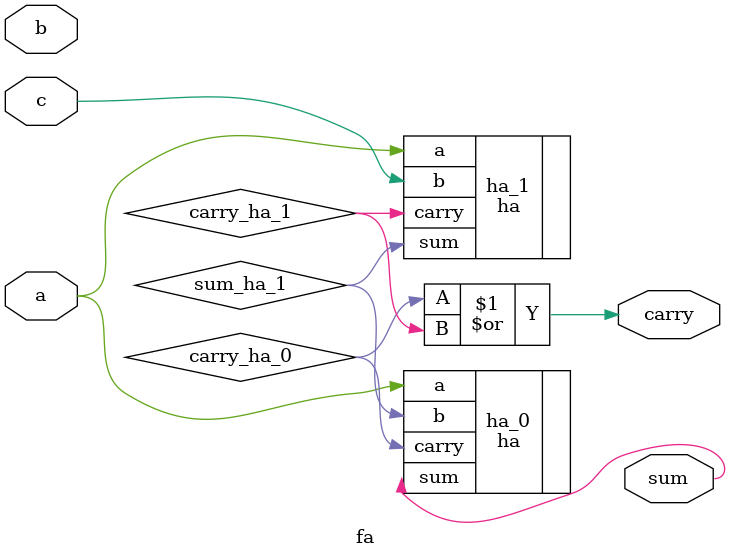
<source format=v>
module fa (
  // inputs
  input  wire a, 
  input  wire b,
  input  wire c,
  // outputs
  output reg sum,
  output reg carry
);
  // gate logic
  wire carry_ha_0;
  wire sum_ha_1;
  wire carry_ha_1;  

  ha ha_0 (.a (a), .b (sum_ha_1), .sum (sum),      .carry (carry_ha_0));
  ha ha_1 (.a (a), .b (c),        .sum (sum_ha_1), .carry (carry_ha_1));

  or or_0 (carry, carry_ha_0, carry_ha_1);

endmodule

</source>
